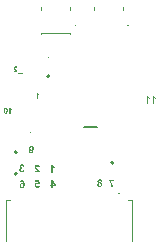
<source format=gbo>
G04*
G04 #@! TF.GenerationSoftware,Altium Limited,Altium Designer,25.0.2 (28)*
G04*
G04 Layer_Color=32896*
%FSLAX44Y44*%
%MOMM*%
G71*
G04*
G04 #@! TF.SameCoordinates,54A35FAF-5F68-4BCB-90B9-8CF1E0348433*
G04*
G04*
G04 #@! TF.FilePolarity,Positive*
G04*
G01*
G75*
%ADD10C,0.1000*%
%ADD39C,0.2000*%
G36*
X29737Y126701D02*
X29775Y126618D01*
X29869Y126463D01*
X29969Y126324D01*
X30074Y126202D01*
X30124Y126147D01*
X30168Y126103D01*
X30207Y126059D01*
X30246Y126025D01*
X30274Y125998D01*
X30296Y125981D01*
X30312Y125970D01*
X30318Y125964D01*
X30484Y125843D01*
X30639Y125743D01*
X30778Y125660D01*
X30899Y125599D01*
X30955Y125571D01*
X31005Y125549D01*
X31043Y125533D01*
X31082Y125516D01*
X31110Y125505D01*
X31132Y125499D01*
X31143Y125494D01*
X31149D01*
Y124602D01*
X31016Y124652D01*
X30888Y124702D01*
X30761Y124757D01*
X30645Y124818D01*
X30534Y124879D01*
X30429Y124940D01*
X30335Y125001D01*
X30246Y125062D01*
X30163Y125117D01*
X30096Y125173D01*
X30030Y125222D01*
X29980Y125261D01*
X29941Y125294D01*
X29908Y125322D01*
X29892Y125339D01*
X29886Y125344D01*
Y121662D01*
X28906D01*
Y126789D01*
X29703D01*
X29737Y126701D01*
D02*
G37*
G36*
X35750Y120250D02*
X31680D01*
Y120887D01*
X35750D01*
Y120250D01*
D02*
G37*
G36*
X11103Y149034D02*
X11225Y149023D01*
X11341Y149006D01*
X11446Y148984D01*
X11551Y148956D01*
X11645Y148929D01*
X11729Y148896D01*
X11812Y148862D01*
X11884Y148829D01*
X11945Y148796D01*
X12000Y148768D01*
X12044Y148740D01*
X12077Y148718D01*
X12105Y148702D01*
X12122Y148691D01*
X12127Y148685D01*
X12210Y148613D01*
X12282Y148535D01*
X12349Y148447D01*
X12404Y148353D01*
X12454Y148259D01*
X12498Y148159D01*
X12537Y148065D01*
X12570Y147971D01*
X12598Y147882D01*
X12620Y147799D01*
X12637Y147722D01*
X12648Y147655D01*
X12659Y147600D01*
X12664Y147556D01*
X12670Y147533D01*
Y147522D01*
X11695Y147428D01*
X11690Y147506D01*
X11679Y147578D01*
X11651Y147705D01*
X11618Y147810D01*
X11585Y147893D01*
X11546Y147960D01*
X11518Y148004D01*
X11496Y148026D01*
X11490Y148037D01*
X11418Y148098D01*
X11336Y148148D01*
X11252Y148181D01*
X11175Y148203D01*
X11103Y148214D01*
X11048Y148225D01*
X10998D01*
X10887Y148220D01*
X10793Y148198D01*
X10710Y148170D01*
X10638Y148137D01*
X10582Y148104D01*
X10544Y148076D01*
X10516Y148054D01*
X10510Y148048D01*
X10450Y147976D01*
X10405Y147893D01*
X10378Y147810D01*
X10355Y147733D01*
X10344Y147655D01*
X10333Y147600D01*
Y147578D01*
Y147561D01*
Y147550D01*
Y147544D01*
X10344Y147434D01*
X10366Y147323D01*
X10400Y147223D01*
X10433Y147135D01*
X10472Y147057D01*
X10505Y146996D01*
X10522Y146974D01*
X10527Y146957D01*
X10538Y146952D01*
Y146946D01*
X10571Y146902D01*
X10616Y146847D01*
X10671Y146786D01*
X10726Y146725D01*
X10859Y146586D01*
X11003Y146448D01*
X11070Y146382D01*
X11136Y146315D01*
X11192Y146260D01*
X11247Y146210D01*
X11291Y146171D01*
X11324Y146138D01*
X11346Y146116D01*
X11352Y146110D01*
X11502Y145972D01*
X11635Y145839D01*
X11762Y145712D01*
X11873Y145595D01*
X11972Y145490D01*
X12061Y145385D01*
X12144Y145296D01*
X12210Y145213D01*
X12271Y145136D01*
X12321Y145075D01*
X12365Y145014D01*
X12399Y144970D01*
X12421Y144936D01*
X12443Y144909D01*
X12448Y144892D01*
X12454Y144887D01*
X12548Y144715D01*
X12620Y144543D01*
X12681Y144377D01*
X12725Y144228D01*
X12742Y144161D01*
X12753Y144100D01*
X12764Y144045D01*
X12775Y144001D01*
X12781Y143962D01*
Y143934D01*
X12786Y143918D01*
Y143912D01*
X9353D01*
Y144820D01*
X11302D01*
X11236Y144914D01*
X11203Y144958D01*
X11175Y145003D01*
X11147Y145036D01*
X11125Y145064D01*
X11108Y145080D01*
X11103Y145086D01*
X11075Y145114D01*
X11042Y145152D01*
X11003Y145191D01*
X10959Y145235D01*
X10865Y145330D01*
X10765Y145424D01*
X10671Y145512D01*
X10627Y145551D01*
X10588Y145584D01*
X10560Y145612D01*
X10538Y145634D01*
X10522Y145645D01*
X10516Y145651D01*
X10433Y145728D01*
X10355Y145800D01*
X10283Y145872D01*
X10217Y145933D01*
X10162Y145994D01*
X10106Y146044D01*
X10062Y146094D01*
X10018Y146138D01*
X9957Y146210D01*
X9907Y146260D01*
X9885Y146293D01*
X9874Y146304D01*
X9779Y146431D01*
X9696Y146553D01*
X9630Y146664D01*
X9575Y146758D01*
X9536Y146841D01*
X9519Y146874D01*
X9503Y146902D01*
X9492Y146924D01*
X9486Y146946D01*
X9481Y146952D01*
Y146957D01*
X9436Y147074D01*
X9409Y147190D01*
X9386Y147301D01*
X9370Y147406D01*
X9359Y147489D01*
Y147528D01*
X9353Y147556D01*
Y147583D01*
Y147600D01*
Y147611D01*
Y147616D01*
X9359Y147727D01*
X9370Y147832D01*
X9392Y147932D01*
X9420Y148032D01*
X9453Y148120D01*
X9492Y148203D01*
X9530Y148281D01*
X9569Y148347D01*
X9613Y148414D01*
X9652Y148469D01*
X9691Y148519D01*
X9724Y148558D01*
X9752Y148585D01*
X9774Y148613D01*
X9785Y148624D01*
X9791Y148630D01*
X9874Y148702D01*
X9968Y148763D01*
X10062Y148818D01*
X10156Y148868D01*
X10256Y148906D01*
X10355Y148940D01*
X10450Y148967D01*
X10544Y148990D01*
X10632Y149006D01*
X10715Y149017D01*
X10787Y149028D01*
X10848Y149034D01*
X10904Y149039D01*
X10976D01*
X11103Y149034D01*
D02*
G37*
G36*
X17000Y142500D02*
X12930D01*
Y143137D01*
X17000D01*
Y142500D01*
D02*
G37*
G36*
X16507Y66013D02*
X16687Y65992D01*
X16853Y65957D01*
X16992Y65922D01*
X17054Y65902D01*
X17110Y65881D01*
X17158Y65867D01*
X17200Y65853D01*
X17235Y65839D01*
X17256Y65825D01*
X17269Y65818D01*
X17276D01*
X17429Y65735D01*
X17561Y65645D01*
X17672Y65555D01*
X17762Y65465D01*
X17838Y65388D01*
X17893Y65319D01*
X17921Y65278D01*
X17935Y65271D01*
Y65264D01*
X18018Y65125D01*
X18088Y64972D01*
X18150Y64820D01*
X18198Y64667D01*
X18240Y64536D01*
X18254Y64480D01*
X18268Y64432D01*
X18275Y64390D01*
X18282Y64362D01*
X18289Y64341D01*
Y64335D01*
X17158Y64147D01*
X17131Y64293D01*
X17096Y64425D01*
X17054Y64529D01*
X17006Y64619D01*
X16957Y64688D01*
X16923Y64737D01*
X16895Y64771D01*
X16888Y64778D01*
X16798Y64854D01*
X16708Y64910D01*
X16617Y64945D01*
X16534Y64972D01*
X16458Y64986D01*
X16403Y65000D01*
X16347D01*
X16229Y64993D01*
X16125Y64972D01*
X16042Y64938D01*
X15966Y64903D01*
X15903Y64868D01*
X15862Y64834D01*
X15834Y64813D01*
X15827Y64806D01*
X15765Y64730D01*
X15716Y64647D01*
X15681Y64556D01*
X15654Y64480D01*
X15640Y64404D01*
X15633Y64348D01*
Y64307D01*
Y64300D01*
Y64293D01*
X15647Y64154D01*
X15675Y64036D01*
X15716Y63932D01*
X15765Y63842D01*
X15820Y63773D01*
X15862Y63724D01*
X15889Y63696D01*
X15903Y63683D01*
X16014Y63613D01*
X16132Y63558D01*
X16257Y63516D01*
X16382Y63495D01*
X16493Y63482D01*
X16541D01*
X16583Y63475D01*
X16666D01*
X16798Y62476D01*
X16680Y62511D01*
X16569Y62532D01*
X16479Y62552D01*
X16396Y62559D01*
X16326Y62566D01*
X16278Y62573D01*
X16236D01*
X16104Y62559D01*
X15986Y62532D01*
X15883Y62483D01*
X15792Y62435D01*
X15723Y62386D01*
X15668Y62337D01*
X15640Y62310D01*
X15626Y62296D01*
X15543Y62185D01*
X15480Y62067D01*
X15439Y61942D01*
X15404Y61824D01*
X15390Y61720D01*
X15383Y61679D01*
Y61637D01*
X15376Y61602D01*
Y61582D01*
Y61568D01*
Y61561D01*
X15390Y61387D01*
X15418Y61235D01*
X15460Y61103D01*
X15508Y60992D01*
X15557Y60902D01*
X15598Y60840D01*
X15626Y60798D01*
X15640Y60784D01*
X15744Y60687D01*
X15855Y60618D01*
X15959Y60569D01*
X16063Y60535D01*
X16153Y60514D01*
X16222Y60507D01*
X16250Y60500D01*
X16285D01*
X16409Y60507D01*
X16527Y60535D01*
X16631Y60576D01*
X16722Y60618D01*
X16791Y60659D01*
X16846Y60701D01*
X16874Y60729D01*
X16888Y60736D01*
X16971Y60833D01*
X17040Y60951D01*
X17096Y61062D01*
X17131Y61179D01*
X17165Y61276D01*
X17179Y61360D01*
X17186Y61394D01*
X17193Y61415D01*
Y61429D01*
Y61436D01*
X18379Y61290D01*
X18358Y61145D01*
X18323Y60999D01*
X18282Y60867D01*
X18240Y60743D01*
X18185Y60625D01*
X18129Y60521D01*
X18074Y60424D01*
X18018Y60333D01*
X17956Y60250D01*
X17907Y60181D01*
X17852Y60118D01*
X17810Y60070D01*
X17775Y60028D01*
X17748Y60001D01*
X17727Y59987D01*
X17720Y59980D01*
X17609Y59890D01*
X17491Y59813D01*
X17373Y59751D01*
X17249Y59689D01*
X17131Y59640D01*
X17013Y59605D01*
X16895Y59571D01*
X16784Y59543D01*
X16680Y59522D01*
X16583Y59508D01*
X16493Y59494D01*
X16423Y59488D01*
X16361D01*
X16319Y59481D01*
X16278D01*
X16111Y59488D01*
X15945Y59508D01*
X15792Y59536D01*
X15647Y59571D01*
X15515Y59619D01*
X15383Y59668D01*
X15265Y59723D01*
X15161Y59779D01*
X15064Y59827D01*
X14981Y59883D01*
X14912Y59931D01*
X14849Y59980D01*
X14801Y60015D01*
X14766Y60042D01*
X14745Y60063D01*
X14738Y60070D01*
X14627Y60188D01*
X14537Y60306D01*
X14454Y60424D01*
X14385Y60548D01*
X14322Y60666D01*
X14274Y60784D01*
X14232Y60902D01*
X14197Y61013D01*
X14170Y61117D01*
X14156Y61207D01*
X14142Y61290D01*
X14128Y61367D01*
Y61422D01*
X14121Y61471D01*
Y61498D01*
Y61505D01*
X14128Y61609D01*
X14135Y61713D01*
X14170Y61908D01*
X14225Y62074D01*
X14288Y62220D01*
X14315Y62282D01*
X14350Y62337D01*
X14378Y62386D01*
X14399Y62428D01*
X14426Y62455D01*
X14440Y62476D01*
X14447Y62490D01*
X14454Y62497D01*
X14517Y62573D01*
X14586Y62642D01*
X14725Y62754D01*
X14870Y62850D01*
X15016Y62920D01*
X15134Y62968D01*
X15189Y62989D01*
X15238Y63003D01*
X15272Y63017D01*
X15300Y63024D01*
X15321Y63031D01*
X15328D01*
X15168Y63128D01*
X15023Y63232D01*
X14898Y63343D01*
X14794Y63454D01*
X14704Y63565D01*
X14627Y63676D01*
X14572Y63787D01*
X14523Y63891D01*
X14482Y63988D01*
X14454Y64085D01*
X14433Y64168D01*
X14419Y64237D01*
X14412Y64293D01*
X14405Y64341D01*
Y64369D01*
Y64376D01*
X14412Y64487D01*
X14426Y64591D01*
X14447Y64695D01*
X14475Y64792D01*
X14551Y64972D01*
X14634Y65125D01*
X14676Y65194D01*
X14718Y65257D01*
X14759Y65312D01*
X14794Y65354D01*
X14822Y65388D01*
X14842Y65416D01*
X14856Y65430D01*
X14863Y65437D01*
X14967Y65541D01*
X15078Y65631D01*
X15196Y65707D01*
X15321Y65777D01*
X15439Y65832D01*
X15557Y65881D01*
X15675Y65915D01*
X15792Y65950D01*
X15896Y65971D01*
X15993Y65992D01*
X16084Y65999D01*
X16160Y66013D01*
X16222D01*
X16271Y66020D01*
X16312D01*
X16507Y66013D01*
D02*
G37*
G36*
X29542Y65704D02*
X29694Y65690D01*
X29840Y65669D01*
X29971Y65641D01*
X30103Y65606D01*
X30221Y65572D01*
X30325Y65530D01*
X30429Y65489D01*
X30519Y65447D01*
X30596Y65405D01*
X30665Y65371D01*
X30720Y65336D01*
X30762Y65308D01*
X30797Y65288D01*
X30817Y65274D01*
X30824Y65267D01*
X30928Y65177D01*
X31019Y65079D01*
X31102Y64969D01*
X31171Y64851D01*
X31234Y64733D01*
X31289Y64608D01*
X31338Y64490D01*
X31379Y64372D01*
X31414Y64261D01*
X31442Y64157D01*
X31462Y64060D01*
X31476Y63977D01*
X31490Y63908D01*
X31497Y63852D01*
X31504Y63824D01*
Y63811D01*
X30284Y63693D01*
X30277Y63790D01*
X30263Y63880D01*
X30228Y64039D01*
X30187Y64171D01*
X30145Y64275D01*
X30096Y64358D01*
X30062Y64414D01*
X30034Y64442D01*
X30027Y64455D01*
X29937Y64532D01*
X29833Y64594D01*
X29729Y64636D01*
X29632Y64664D01*
X29542Y64677D01*
X29472Y64691D01*
X29410D01*
X29271Y64684D01*
X29153Y64657D01*
X29049Y64622D01*
X28959Y64580D01*
X28890Y64539D01*
X28841Y64504D01*
X28807Y64476D01*
X28800Y64469D01*
X28723Y64379D01*
X28668Y64275D01*
X28633Y64171D01*
X28605Y64074D01*
X28592Y63977D01*
X28578Y63908D01*
Y63880D01*
Y63859D01*
Y63845D01*
Y63838D01*
X28592Y63700D01*
X28619Y63561D01*
X28661Y63436D01*
X28703Y63325D01*
X28751Y63228D01*
X28793Y63152D01*
X28814Y63124D01*
X28821Y63103D01*
X28834Y63096D01*
Y63089D01*
X28876Y63034D01*
X28931Y62965D01*
X29001Y62888D01*
X29070Y62812D01*
X29237Y62639D01*
X29417Y62465D01*
X29500Y62382D01*
X29583Y62299D01*
X29653Y62230D01*
X29722Y62167D01*
X29777Y62119D01*
X29819Y62077D01*
X29847Y62049D01*
X29854Y62042D01*
X30041Y61869D01*
X30207Y61703D01*
X30367Y61543D01*
X30505Y61398D01*
X30630Y61266D01*
X30741Y61134D01*
X30845Y61023D01*
X30928Y60919D01*
X31005Y60822D01*
X31067Y60746D01*
X31123Y60669D01*
X31164Y60614D01*
X31192Y60572D01*
X31220Y60538D01*
X31227Y60517D01*
X31234Y60510D01*
X31351Y60295D01*
X31442Y60080D01*
X31518Y59872D01*
X31573Y59685D01*
X31594Y59601D01*
X31608Y59525D01*
X31622Y59456D01*
X31636Y59400D01*
X31643Y59352D01*
Y59317D01*
X31650Y59296D01*
Y59289D01*
X27350D01*
Y60427D01*
X29791D01*
X29708Y60545D01*
X29666Y60600D01*
X29632Y60655D01*
X29597Y60697D01*
X29569Y60732D01*
X29549Y60753D01*
X29542Y60760D01*
X29507Y60794D01*
X29465Y60843D01*
X29417Y60891D01*
X29361Y60947D01*
X29244Y61065D01*
X29119Y61182D01*
X29001Y61294D01*
X28945Y61342D01*
X28897Y61384D01*
X28862Y61418D01*
X28834Y61446D01*
X28814Y61460D01*
X28807Y61467D01*
X28703Y61564D01*
X28605Y61654D01*
X28515Y61744D01*
X28432Y61821D01*
X28363Y61897D01*
X28293Y61959D01*
X28238Y62021D01*
X28182Y62077D01*
X28106Y62167D01*
X28044Y62230D01*
X28016Y62271D01*
X28002Y62285D01*
X27884Y62445D01*
X27780Y62597D01*
X27697Y62736D01*
X27628Y62854D01*
X27579Y62958D01*
X27558Y62999D01*
X27538Y63034D01*
X27524Y63062D01*
X27517Y63089D01*
X27510Y63096D01*
Y63103D01*
X27454Y63249D01*
X27420Y63394D01*
X27392Y63533D01*
X27371Y63665D01*
X27357Y63769D01*
Y63818D01*
X27350Y63852D01*
Y63887D01*
Y63908D01*
Y63921D01*
Y63928D01*
X27357Y64067D01*
X27371Y64199D01*
X27399Y64324D01*
X27434Y64448D01*
X27475Y64559D01*
X27524Y64664D01*
X27572Y64761D01*
X27621Y64844D01*
X27676Y64927D01*
X27725Y64996D01*
X27773Y65059D01*
X27815Y65107D01*
X27850Y65142D01*
X27877Y65177D01*
X27891Y65191D01*
X27898Y65197D01*
X28002Y65288D01*
X28120Y65364D01*
X28238Y65433D01*
X28356Y65496D01*
X28481Y65544D01*
X28605Y65586D01*
X28723Y65620D01*
X28841Y65648D01*
X28952Y65669D01*
X29056Y65683D01*
X29146Y65697D01*
X29223Y65704D01*
X29292Y65711D01*
X29382D01*
X29542Y65704D01*
D02*
G37*
G36*
X128121Y123742D02*
X128169Y123638D01*
X128287Y123444D01*
X128412Y123271D01*
X128544Y123118D01*
X128606Y123049D01*
X128662Y122993D01*
X128710Y122938D01*
X128759Y122896D01*
X128794Y122861D01*
X128821Y122840D01*
X128842Y122827D01*
X128849Y122820D01*
X129057Y122667D01*
X129251Y122542D01*
X129425Y122438D01*
X129577Y122362D01*
X129647Y122327D01*
X129709Y122300D01*
X129757Y122279D01*
X129806Y122258D01*
X129841Y122244D01*
X129868Y122237D01*
X129882Y122230D01*
X129889D01*
Y121114D01*
X129723Y121176D01*
X129563Y121239D01*
X129404Y121308D01*
X129258Y121384D01*
X129120Y121461D01*
X128988Y121537D01*
X128870Y121613D01*
X128759Y121690D01*
X128655Y121759D01*
X128572Y121828D01*
X128489Y121891D01*
X128426Y121939D01*
X128378Y121981D01*
X128336Y122015D01*
X128315Y122036D01*
X128308Y122043D01*
Y117432D01*
X127081D01*
Y123853D01*
X128079D01*
X128121Y123742D01*
D02*
G37*
G36*
X123149D02*
X123198Y123638D01*
X123316Y123444D01*
X123440Y123271D01*
X123572Y123118D01*
X123635Y123049D01*
X123690Y122993D01*
X123738Y122938D01*
X123787Y122896D01*
X123822Y122861D01*
X123849Y122840D01*
X123870Y122827D01*
X123877Y122820D01*
X124085Y122667D01*
X124279Y122542D01*
X124453Y122438D01*
X124605Y122362D01*
X124675Y122327D01*
X124737Y122300D01*
X124786Y122279D01*
X124834Y122258D01*
X124869Y122244D01*
X124896Y122237D01*
X124910Y122230D01*
X124917D01*
Y121114D01*
X124751Y121176D01*
X124591Y121239D01*
X124432Y121308D01*
X124286Y121384D01*
X124148Y121461D01*
X124016Y121537D01*
X123898Y121613D01*
X123787Y121690D01*
X123683Y121759D01*
X123600Y121828D01*
X123517Y121891D01*
X123454Y121939D01*
X123406Y121981D01*
X123364Y122015D01*
X123343Y122036D01*
X123336Y122043D01*
Y117432D01*
X122109D01*
Y123853D01*
X123108D01*
X123149Y123742D01*
D02*
G37*
G36*
X6599Y114022D02*
X6637Y113939D01*
X6732Y113784D01*
X6831Y113646D01*
X6936Y113524D01*
X6986Y113469D01*
X7031Y113424D01*
X7069Y113380D01*
X7108Y113347D01*
X7136Y113319D01*
X7158Y113302D01*
X7175Y113291D01*
X7180Y113286D01*
X7346Y113164D01*
X7501Y113064D01*
X7640Y112981D01*
X7761Y112920D01*
X7817Y112893D01*
X7867Y112871D01*
X7905Y112854D01*
X7944Y112837D01*
X7972Y112826D01*
X7994Y112821D01*
X8005Y112815D01*
X8011D01*
Y111924D01*
X7878Y111973D01*
X7750Y112023D01*
X7623Y112079D01*
X7507Y112140D01*
X7396Y112200D01*
X7291Y112261D01*
X7197Y112322D01*
X7108Y112383D01*
X7025Y112439D01*
X6959Y112494D01*
X6892Y112544D01*
X6842Y112583D01*
X6804Y112616D01*
X6770Y112643D01*
X6754Y112660D01*
X6748Y112666D01*
Y108983D01*
X5768D01*
Y114111D01*
X6565D01*
X6599Y114022D01*
D02*
G37*
G36*
X2783Y114105D02*
X2911Y114089D01*
X3033Y114061D01*
X3143Y114028D01*
X3249Y113989D01*
X3343Y113945D01*
X3431Y113895D01*
X3509Y113850D01*
X3575Y113801D01*
X3636Y113751D01*
X3686Y113707D01*
X3730Y113668D01*
X3763Y113635D01*
X3786Y113607D01*
X3802Y113590D01*
X3808Y113585D01*
X3896Y113457D01*
X3974Y113313D01*
X4040Y113158D01*
X4096Y112992D01*
X4146Y112821D01*
X4184Y112649D01*
X4218Y112477D01*
X4245Y112306D01*
X4262Y112145D01*
X4279Y111996D01*
X4290Y111863D01*
X4301Y111741D01*
Y111691D01*
Y111647D01*
X4306Y111608D01*
Y111569D01*
Y111547D01*
Y111525D01*
Y111514D01*
Y111508D01*
X4301Y111243D01*
X4284Y110999D01*
X4262Y110772D01*
X4234Y110567D01*
X4201Y110379D01*
X4162Y110213D01*
X4123Y110063D01*
X4079Y109930D01*
X4035Y109819D01*
X3996Y109720D01*
X3957Y109637D01*
X3924Y109570D01*
X3896Y109521D01*
X3869Y109487D01*
X3858Y109465D01*
X3852Y109459D01*
X3763Y109360D01*
X3669Y109271D01*
X3570Y109194D01*
X3470Y109127D01*
X3370Y109078D01*
X3271Y109028D01*
X3177Y108989D01*
X3083Y108961D01*
X2994Y108939D01*
X2911Y108917D01*
X2839Y108906D01*
X2772Y108900D01*
X2722Y108895D01*
X2684Y108889D01*
X2651D01*
X2518Y108895D01*
X2390Y108911D01*
X2269Y108939D01*
X2158Y108972D01*
X2052Y109011D01*
X1958Y109055D01*
X1870Y109100D01*
X1792Y109150D01*
X1726Y109199D01*
X1665Y109244D01*
X1610Y109288D01*
X1571Y109327D01*
X1538Y109360D01*
X1510Y109388D01*
X1499Y109404D01*
X1493Y109410D01*
X1405Y109537D01*
X1327Y109681D01*
X1261Y109842D01*
X1200Y110002D01*
X1155Y110174D01*
X1111Y110351D01*
X1078Y110523D01*
X1050Y110694D01*
X1034Y110855D01*
X1017Y111004D01*
X1006Y111143D01*
X995Y111259D01*
Y111314D01*
Y111359D01*
X989Y111398D01*
Y111436D01*
Y111459D01*
Y111481D01*
Y111492D01*
Y111497D01*
X995Y111757D01*
X1012Y112001D01*
X1034Y112228D01*
X1067Y112433D01*
X1106Y112621D01*
X1144Y112793D01*
X1194Y112948D01*
X1239Y113081D01*
X1283Y113203D01*
X1327Y113302D01*
X1372Y113391D01*
X1410Y113457D01*
X1444Y113513D01*
X1466Y113552D01*
X1482Y113574D01*
X1488Y113579D01*
X1571Y113673D01*
X1659Y113756D01*
X1753Y113828D01*
X1848Y113889D01*
X1942Y113939D01*
X2042Y113983D01*
X2136Y114017D01*
X2224Y114044D01*
X2313Y114066D01*
X2396Y114083D01*
X2468Y114094D01*
X2529Y114105D01*
X2579D01*
X2617Y114111D01*
X2651D01*
X2783Y114105D01*
D02*
G37*
G36*
X24507Y81763D02*
X24659Y81742D01*
X24805Y81714D01*
X24950Y81679D01*
X25075Y81631D01*
X25200Y81582D01*
X25311Y81527D01*
X25408Y81471D01*
X25498Y81416D01*
X25581Y81360D01*
X25651Y81312D01*
X25706Y81263D01*
X25748Y81229D01*
X25782Y81201D01*
X25803Y81180D01*
X25810Y81173D01*
X25914Y81055D01*
X25997Y80937D01*
X26074Y80806D01*
X26143Y80674D01*
X26198Y80549D01*
X26247Y80417D01*
X26282Y80286D01*
X26316Y80168D01*
X26337Y80050D01*
X26358Y79946D01*
X26365Y79849D01*
X26379Y79766D01*
Y79703D01*
X26386Y79648D01*
Y79620D01*
Y79606D01*
X26379Y79433D01*
X26365Y79273D01*
X26337Y79121D01*
X26302Y78975D01*
X26261Y78836D01*
X26212Y78712D01*
X26164Y78601D01*
X26108Y78496D01*
X26060Y78406D01*
X26011Y78323D01*
X25963Y78254D01*
X25921Y78191D01*
X25886Y78150D01*
X25859Y78115D01*
X25845Y78094D01*
X25838Y78087D01*
X25734Y77983D01*
X25623Y77900D01*
X25512Y77824D01*
X25401Y77755D01*
X25297Y77699D01*
X25186Y77651D01*
X25082Y77616D01*
X24985Y77581D01*
X24895Y77560D01*
X24805Y77540D01*
X24728Y77533D01*
X24666Y77519D01*
X24611D01*
X24576Y77512D01*
X24541D01*
X24409Y77519D01*
X24292Y77533D01*
X24174Y77560D01*
X24063Y77595D01*
X23959Y77637D01*
X23869Y77678D01*
X23779Y77727D01*
X23702Y77782D01*
X23626Y77831D01*
X23563Y77879D01*
X23508Y77921D01*
X23466Y77963D01*
X23432Y77997D01*
X23404Y78025D01*
X23390Y78039D01*
X23383Y78046D01*
X23397Y77845D01*
X23418Y77664D01*
X23439Y77505D01*
X23466Y77352D01*
X23494Y77221D01*
X23522Y77103D01*
X23550Y76999D01*
X23577Y76909D01*
X23605Y76832D01*
X23633Y76763D01*
X23661Y76708D01*
X23681Y76666D01*
X23695Y76638D01*
X23709Y76610D01*
X23723Y76603D01*
Y76597D01*
X23772Y76534D01*
X23827Y76486D01*
X23883Y76437D01*
X23931Y76396D01*
X24042Y76333D01*
X24139Y76291D01*
X24229Y76271D01*
X24299Y76257D01*
X24326Y76250D01*
X24361D01*
X24472Y76257D01*
X24562Y76278D01*
X24645Y76305D01*
X24715Y76340D01*
X24770Y76368D01*
X24812Y76396D01*
X24839Y76416D01*
X24846Y76423D01*
X24909Y76500D01*
X24957Y76583D01*
X24999Y76673D01*
X25027Y76756D01*
X25047Y76839D01*
X25061Y76902D01*
Y76929D01*
X25068Y76950D01*
Y76957D01*
Y76964D01*
X26254Y76832D01*
X26226Y76687D01*
X26192Y76548D01*
X26157Y76423D01*
X26108Y76305D01*
X26067Y76194D01*
X26011Y76097D01*
X25963Y76007D01*
X25914Y75931D01*
X25866Y75855D01*
X25824Y75799D01*
X25782Y75744D01*
X25748Y75702D01*
X25713Y75667D01*
X25692Y75647D01*
X25678Y75633D01*
X25672Y75626D01*
X25581Y75556D01*
X25484Y75494D01*
X25387Y75445D01*
X25283Y75397D01*
X25186Y75362D01*
X25082Y75328D01*
X24888Y75279D01*
X24805Y75265D01*
X24722Y75251D01*
X24645Y75244D01*
X24583Y75237D01*
X24527Y75230D01*
X24458D01*
X24271Y75237D01*
X24084Y75265D01*
X23917Y75300D01*
X23758Y75355D01*
X23605Y75411D01*
X23466Y75473D01*
X23335Y75550D01*
X23224Y75619D01*
X23120Y75688D01*
X23030Y75764D01*
X22946Y75827D01*
X22884Y75889D01*
X22835Y75938D01*
X22794Y75972D01*
X22773Y76000D01*
X22766Y76007D01*
X22648Y76167D01*
X22551Y76340D01*
X22461Y76527D01*
X22392Y76728D01*
X22329Y76936D01*
X22274Y77151D01*
X22232Y77359D01*
X22197Y77567D01*
X22170Y77762D01*
X22149Y77942D01*
X22135Y78108D01*
X22121Y78254D01*
Y78316D01*
Y78372D01*
X22114Y78420D01*
Y78462D01*
Y78496D01*
Y78517D01*
Y78531D01*
Y78538D01*
X22121Y78850D01*
X22142Y79141D01*
X22170Y79405D01*
X22211Y79648D01*
X22260Y79876D01*
X22308Y80077D01*
X22371Y80258D01*
X22426Y80424D01*
X22482Y80563D01*
X22537Y80681D01*
X22593Y80785D01*
X22641Y80868D01*
X22683Y80930D01*
X22711Y80979D01*
X22731Y81007D01*
X22738Y81014D01*
X22856Y81145D01*
X22988Y81263D01*
X23120Y81367D01*
X23252Y81451D01*
X23383Y81527D01*
X23522Y81582D01*
X23647Y81638D01*
X23772Y81672D01*
X23889Y81707D01*
X24000Y81728D01*
X24097Y81749D01*
X24181Y81756D01*
X24243Y81763D01*
X24299Y81770D01*
X24340D01*
X24507Y81763D01*
D02*
G37*
G36*
X82337Y53309D02*
X82497Y53295D01*
X82642Y53274D01*
X82781Y53240D01*
X82906Y53205D01*
X83024Y53170D01*
X83134Y53122D01*
X83224Y53080D01*
X83315Y53039D01*
X83384Y52997D01*
X83446Y52955D01*
X83502Y52921D01*
X83537Y52886D01*
X83571Y52865D01*
X83585Y52851D01*
X83592Y52844D01*
X83682Y52754D01*
X83758Y52657D01*
X83821Y52560D01*
X83883Y52463D01*
X83932Y52366D01*
X83967Y52269D01*
X84001Y52172D01*
X84029Y52082D01*
X84050Y51998D01*
X84064Y51915D01*
X84078Y51846D01*
X84084Y51783D01*
Y51735D01*
X84091Y51700D01*
Y51673D01*
Y51666D01*
X84084Y51513D01*
X84057Y51367D01*
X84022Y51236D01*
X83980Y51118D01*
X83946Y51021D01*
X83911Y50951D01*
X83897Y50924D01*
X83883Y50903D01*
X83876Y50896D01*
Y50889D01*
X83786Y50764D01*
X83675Y50660D01*
X83564Y50563D01*
X83453Y50487D01*
X83349Y50424D01*
X83266Y50376D01*
X83231Y50362D01*
X83211Y50348D01*
X83197Y50341D01*
X83190D01*
X83384Y50244D01*
X83544Y50140D01*
X83682Y50022D01*
X83800Y49918D01*
X83883Y49821D01*
X83946Y49738D01*
X83967Y49710D01*
X83980Y49689D01*
X83994Y49675D01*
Y49668D01*
X84078Y49502D01*
X84140Y49336D01*
X84188Y49176D01*
X84216Y49031D01*
X84237Y48906D01*
X84244Y48850D01*
Y48809D01*
X84251Y48767D01*
Y48739D01*
Y48726D01*
Y48719D01*
X84244Y48545D01*
X84223Y48386D01*
X84188Y48233D01*
X84147Y48088D01*
X84091Y47956D01*
X84036Y47838D01*
X83973Y47727D01*
X83911Y47623D01*
X83849Y47533D01*
X83786Y47456D01*
X83731Y47387D01*
X83675Y47332D01*
X83634Y47290D01*
X83599Y47262D01*
X83578Y47242D01*
X83571Y47235D01*
X83460Y47151D01*
X83342Y47082D01*
X83218Y47020D01*
X83100Y46971D01*
X82975Y46923D01*
X82857Y46888D01*
X82621Y46832D01*
X82517Y46819D01*
X82420Y46805D01*
X82337Y46791D01*
X82261Y46784D01*
X82198Y46777D01*
X82115D01*
X81942Y46784D01*
X81782Y46798D01*
X81630Y46825D01*
X81484Y46867D01*
X81352Y46909D01*
X81228Y46950D01*
X81117Y47006D01*
X81012Y47054D01*
X80922Y47103D01*
X80839Y47158D01*
X80770Y47200D01*
X80714Y47249D01*
X80666Y47283D01*
X80638Y47311D01*
X80617Y47325D01*
X80610Y47332D01*
X80513Y47443D01*
X80423Y47554D01*
X80347Y47671D01*
X80284Y47789D01*
X80229Y47907D01*
X80180Y48032D01*
X80146Y48143D01*
X80111Y48261D01*
X80090Y48365D01*
X80070Y48462D01*
X80056Y48545D01*
X80049Y48622D01*
Y48684D01*
X80042Y48726D01*
Y48760D01*
Y48767D01*
X80056Y48961D01*
X80083Y49142D01*
X80132Y49308D01*
X80180Y49447D01*
X80208Y49509D01*
X80229Y49558D01*
X80257Y49606D01*
X80278Y49648D01*
X80291Y49675D01*
X80305Y49696D01*
X80319Y49710D01*
Y49717D01*
X80430Y49863D01*
X80562Y49988D01*
X80701Y50092D01*
X80825Y50182D01*
X80943Y50251D01*
X80999Y50279D01*
X81040Y50300D01*
X81082Y50320D01*
X81110Y50334D01*
X81124Y50341D01*
X81130D01*
X80985Y50417D01*
X80853Y50501D01*
X80742Y50591D01*
X80652Y50681D01*
X80583Y50757D01*
X80527Y50820D01*
X80499Y50861D01*
X80485Y50868D01*
Y50875D01*
X80409Y51007D01*
X80347Y51146D01*
X80305Y51277D01*
X80278Y51402D01*
X80264Y51506D01*
X80257Y51555D01*
X80250Y51589D01*
Y51624D01*
Y51645D01*
Y51659D01*
Y51666D01*
X80257Y51797D01*
X80271Y51922D01*
X80298Y52040D01*
X80326Y52151D01*
X80368Y52255D01*
X80409Y52352D01*
X80458Y52442D01*
X80499Y52525D01*
X80548Y52595D01*
X80597Y52657D01*
X80638Y52713D01*
X80680Y52761D01*
X80707Y52796D01*
X80735Y52824D01*
X80749Y52838D01*
X80756Y52844D01*
X80853Y52928D01*
X80964Y52997D01*
X81075Y53066D01*
X81193Y53115D01*
X81311Y53163D01*
X81429Y53198D01*
X81650Y53260D01*
X81761Y53274D01*
X81859Y53288D01*
X81942Y53302D01*
X82018Y53309D01*
X82080Y53316D01*
X82170D01*
X82337Y53309D01*
D02*
G37*
G36*
X31257Y49132D02*
X30266Y48993D01*
X30190Y49077D01*
X30106Y49146D01*
X30023Y49208D01*
X29940Y49264D01*
X29864Y49306D01*
X29780Y49347D01*
X29635Y49402D01*
X29503Y49430D01*
X29455Y49444D01*
X29406Y49451D01*
X29364Y49458D01*
X29240D01*
X29163Y49444D01*
X29032Y49409D01*
X28914Y49361D01*
X28817Y49312D01*
X28733Y49257D01*
X28678Y49208D01*
X28643Y49174D01*
X28629Y49167D01*
Y49160D01*
X28539Y49035D01*
X28470Y48896D01*
X28421Y48751D01*
X28394Y48605D01*
X28373Y48473D01*
X28366Y48418D01*
Y48369D01*
X28359Y48328D01*
Y48300D01*
Y48279D01*
Y48272D01*
Y48161D01*
X28373Y48050D01*
X28387Y47953D01*
X28401Y47856D01*
X28421Y47773D01*
X28442Y47697D01*
X28470Y47627D01*
X28491Y47565D01*
X28518Y47509D01*
X28546Y47461D01*
X28567Y47419D01*
X28588Y47385D01*
X28602Y47364D01*
X28616Y47343D01*
X28629Y47336D01*
Y47329D01*
X28678Y47274D01*
X28733Y47225D01*
X28844Y47149D01*
X28948Y47094D01*
X29052Y47059D01*
X29142Y47031D01*
X29219Y47024D01*
X29246Y47017D01*
X29281D01*
X29406Y47031D01*
X29517Y47059D01*
X29621Y47094D01*
X29704Y47142D01*
X29780Y47184D01*
X29829Y47225D01*
X29864Y47253D01*
X29878Y47260D01*
X29961Y47357D01*
X30030Y47468D01*
X30086Y47572D01*
X30127Y47683D01*
X30155Y47773D01*
X30169Y47849D01*
X30176Y47877D01*
X30183Y47898D01*
Y47912D01*
Y47919D01*
X31403Y47787D01*
X31375Y47641D01*
X31348Y47503D01*
X31306Y47371D01*
X31257Y47246D01*
X31202Y47135D01*
X31147Y47031D01*
X31091Y46934D01*
X31035Y46844D01*
X30980Y46768D01*
X30925Y46698D01*
X30876Y46643D01*
X30835Y46594D01*
X30793Y46553D01*
X30765Y46525D01*
X30751Y46511D01*
X30744Y46504D01*
X30633Y46421D01*
X30522Y46351D01*
X30405Y46289D01*
X30280Y46234D01*
X30162Y46185D01*
X30037Y46150D01*
X29808Y46095D01*
X29704Y46074D01*
X29607Y46060D01*
X29517Y46046D01*
X29441Y46040D01*
X29378Y46033D01*
X29295D01*
X29094Y46040D01*
X28900Y46067D01*
X28719Y46109D01*
X28553Y46164D01*
X28401Y46227D01*
X28262Y46303D01*
X28130Y46379D01*
X28012Y46455D01*
X27908Y46532D01*
X27818Y46608D01*
X27742Y46684D01*
X27679Y46747D01*
X27624Y46802D01*
X27589Y46844D01*
X27568Y46872D01*
X27562Y46878D01*
X27478Y46996D01*
X27409Y47121D01*
X27347Y47239D01*
X27291Y47364D01*
X27250Y47482D01*
X27208Y47600D01*
X27180Y47711D01*
X27152Y47821D01*
X27139Y47919D01*
X27125Y48009D01*
X27111Y48092D01*
X27104Y48161D01*
X27097Y48217D01*
Y48258D01*
Y48286D01*
Y48293D01*
X27104Y48466D01*
X27125Y48633D01*
X27152Y48785D01*
X27187Y48938D01*
X27229Y49070D01*
X27277Y49201D01*
X27333Y49319D01*
X27381Y49423D01*
X27437Y49520D01*
X27492Y49604D01*
X27541Y49673D01*
X27582Y49728D01*
X27617Y49777D01*
X27645Y49812D01*
X27666Y49833D01*
X27673Y49839D01*
X27783Y49943D01*
X27894Y50034D01*
X28012Y50117D01*
X28130Y50186D01*
X28248Y50242D01*
X28359Y50290D01*
X28470Y50332D01*
X28581Y50360D01*
X28678Y50387D01*
X28768Y50401D01*
X28851Y50415D01*
X28921Y50429D01*
X28983D01*
X29025Y50436D01*
X29059D01*
X29219Y50429D01*
X29371Y50401D01*
X29510Y50373D01*
X29642Y50332D01*
X29746Y50297D01*
X29787Y50276D01*
X29829Y50262D01*
X29857Y50248D01*
X29878Y50235D01*
X29891Y50228D01*
X29898D01*
X29704Y51316D01*
X27381D01*
Y52467D01*
X30626D01*
X31257Y49132D01*
D02*
G37*
G36*
X16486Y52512D02*
X16673Y52485D01*
X16840Y52450D01*
X16999Y52395D01*
X17152Y52339D01*
X17291Y52270D01*
X17422Y52200D01*
X17533Y52131D01*
X17637Y52055D01*
X17727Y51986D01*
X17811Y51916D01*
X17873Y51861D01*
X17922Y51805D01*
X17963Y51771D01*
X17984Y51743D01*
X17991Y51736D01*
X18102Y51576D01*
X18206Y51403D01*
X18289Y51216D01*
X18365Y51015D01*
X18428Y50807D01*
X18476Y50592D01*
X18518Y50384D01*
X18553Y50176D01*
X18580Y49982D01*
X18601Y49794D01*
X18615Y49628D01*
X18629Y49482D01*
Y49420D01*
Y49364D01*
X18636Y49316D01*
Y49274D01*
Y49240D01*
Y49219D01*
Y49205D01*
Y49198D01*
X18629Y48886D01*
X18608Y48602D01*
X18580Y48331D01*
X18539Y48088D01*
X18490Y47867D01*
X18442Y47666D01*
X18386Y47485D01*
X18324Y47319D01*
X18268Y47180D01*
X18213Y47062D01*
X18164Y46958D01*
X18116Y46875D01*
X18074Y46813D01*
X18046Y46764D01*
X18025Y46736D01*
X18019Y46729D01*
X17901Y46598D01*
X17769Y46480D01*
X17637Y46383D01*
X17506Y46300D01*
X17374Y46223D01*
X17242Y46161D01*
X17110Y46112D01*
X16985Y46078D01*
X16868Y46043D01*
X16763Y46022D01*
X16666Y46001D01*
X16583Y45994D01*
X16514Y45988D01*
X16465Y45981D01*
X16424D01*
X16257Y45988D01*
X16098Y46008D01*
X15952Y46036D01*
X15813Y46071D01*
X15682Y46119D01*
X15557Y46168D01*
X15446Y46223D01*
X15349Y46279D01*
X15259Y46327D01*
X15176Y46383D01*
X15106Y46431D01*
X15051Y46480D01*
X15002Y46515D01*
X14974Y46542D01*
X14954Y46563D01*
X14947Y46570D01*
X14843Y46688D01*
X14753Y46806D01*
X14676Y46937D01*
X14607Y47062D01*
X14552Y47194D01*
X14503Y47326D01*
X14468Y47457D01*
X14434Y47575D01*
X14413Y47693D01*
X14392Y47804D01*
X14385Y47901D01*
X14371Y47984D01*
Y48047D01*
X14364Y48102D01*
Y48130D01*
Y48144D01*
X14371Y48310D01*
X14385Y48477D01*
X14413Y48622D01*
X14447Y48768D01*
X14489Y48900D01*
X14538Y49025D01*
X14586Y49142D01*
X14635Y49240D01*
X14690Y49337D01*
X14739Y49413D01*
X14787Y49482D01*
X14829Y49545D01*
X14864Y49586D01*
X14891Y49621D01*
X14905Y49642D01*
X14912Y49649D01*
X15016Y49753D01*
X15127Y49843D01*
X15238Y49919D01*
X15349Y49988D01*
X15460Y50044D01*
X15571Y50093D01*
X15675Y50134D01*
X15779Y50162D01*
X15869Y50190D01*
X15959Y50210D01*
X16035Y50217D01*
X16098Y50231D01*
X16153D01*
X16195Y50238D01*
X16230D01*
X16354Y50231D01*
X16472Y50217D01*
X16590Y50190D01*
X16694Y50155D01*
X16798Y50113D01*
X16888Y50065D01*
X16978Y50016D01*
X17055Y49968D01*
X17131Y49912D01*
X17193Y49864D01*
X17242Y49815D01*
X17291Y49774D01*
X17325Y49739D01*
X17353Y49711D01*
X17367Y49697D01*
X17374Y49690D01*
X17360Y49891D01*
X17339Y50072D01*
X17311Y50238D01*
X17291Y50384D01*
X17263Y50522D01*
X17235Y50640D01*
X17200Y50744D01*
X17173Y50834D01*
X17145Y50911D01*
X17124Y50980D01*
X17096Y51036D01*
X17076Y51077D01*
X17062Y51105D01*
X17048Y51133D01*
X17034Y51140D01*
Y51146D01*
X16978Y51209D01*
X16930Y51264D01*
X16875Y51313D01*
X16819Y51354D01*
X16708Y51417D01*
X16604Y51459D01*
X16514Y51479D01*
X16438Y51493D01*
X16410Y51500D01*
X16375D01*
X16271Y51493D01*
X16181Y51472D01*
X16098Y51445D01*
X16028Y51410D01*
X15973Y51375D01*
X15938Y51348D01*
X15911Y51327D01*
X15904Y51320D01*
X15841Y51251D01*
X15786Y51160D01*
X15744Y51077D01*
X15717Y50987D01*
X15696Y50911D01*
X15675Y50848D01*
X15668Y50800D01*
Y50793D01*
Y50786D01*
X14482Y50911D01*
X14510Y51056D01*
X14545Y51188D01*
X14586Y51313D01*
X14635Y51431D01*
X14683Y51535D01*
X14732Y51632D01*
X14787Y51722D01*
X14836Y51798D01*
X14884Y51875D01*
X14933Y51930D01*
X14974Y51986D01*
X15016Y52027D01*
X15044Y52062D01*
X15072Y52083D01*
X15085Y52097D01*
X15092Y52103D01*
X15182Y52180D01*
X15280Y52242D01*
X15384Y52298D01*
X15481Y52346D01*
X15585Y52388D01*
X15682Y52415D01*
X15876Y52471D01*
X15959Y52485D01*
X16042Y52499D01*
X16119Y52506D01*
X16174Y52512D01*
X16230Y52519D01*
X16299D01*
X16486Y52512D01*
D02*
G37*
G36*
X45099Y48397D02*
Y47329D01*
X42484D01*
Y46039D01*
X41299D01*
Y47329D01*
X40501D01*
Y48404D01*
X41299D01*
Y52460D01*
X42332D01*
X45099Y48397D01*
D02*
G37*
G36*
X42386Y65100D02*
X42435Y64996D01*
X42552Y64801D01*
X42677Y64628D01*
X42809Y64475D01*
X42871Y64406D01*
X42927Y64351D01*
X42975Y64295D01*
X43024Y64254D01*
X43059Y64219D01*
X43086Y64198D01*
X43107Y64184D01*
X43114Y64177D01*
X43322Y64025D01*
X43516Y63900D01*
X43690Y63796D01*
X43842Y63720D01*
X43911Y63685D01*
X43974Y63657D01*
X44022Y63636D01*
X44071Y63616D01*
X44106Y63602D01*
X44133Y63595D01*
X44147Y63588D01*
X44154D01*
Y62471D01*
X43988Y62534D01*
X43828Y62596D01*
X43669Y62666D01*
X43523Y62742D01*
X43384Y62818D01*
X43253Y62895D01*
X43135Y62971D01*
X43024Y63047D01*
X42920Y63116D01*
X42837Y63186D01*
X42754Y63248D01*
X42691Y63297D01*
X42642Y63338D01*
X42601Y63373D01*
X42580Y63394D01*
X42573Y63401D01*
Y58790D01*
X41346D01*
Y65210D01*
X42344D01*
X42386Y65100D01*
D02*
G37*
G36*
X94098Y52021D02*
X91310D01*
X91469Y51813D01*
X91615Y51605D01*
X91761Y51390D01*
X91892Y51175D01*
X92017Y50967D01*
X92128Y50759D01*
X92232Y50565D01*
X92329Y50378D01*
X92413Y50205D01*
X92489Y50045D01*
X92551Y49900D01*
X92600Y49782D01*
X92641Y49685D01*
X92676Y49608D01*
X92683Y49580D01*
X92690Y49560D01*
X92697Y49553D01*
Y49546D01*
X92787Y49289D01*
X92870Y49033D01*
X92940Y48783D01*
X92995Y48540D01*
X93050Y48305D01*
X93092Y48083D01*
X93127Y47875D01*
X93161Y47674D01*
X93182Y47493D01*
X93203Y47334D01*
X93217Y47188D01*
X93224Y47070D01*
X93231Y46973D01*
X93238Y46904D01*
Y46876D01*
Y46855D01*
Y46848D01*
Y46842D01*
X92052D01*
X92045Y47167D01*
X92010Y47500D01*
X91969Y47819D01*
X91948Y47972D01*
X91920Y48117D01*
X91892Y48256D01*
X91872Y48381D01*
X91844Y48485D01*
X91823Y48582D01*
X91809Y48658D01*
X91795Y48714D01*
X91782Y48748D01*
Y48762D01*
X91664Y49158D01*
X91601Y49352D01*
X91532Y49539D01*
X91463Y49712D01*
X91400Y49886D01*
X91331Y50038D01*
X91268Y50191D01*
X91206Y50322D01*
X91144Y50440D01*
X91095Y50544D01*
X91053Y50634D01*
X91012Y50704D01*
X90984Y50759D01*
X90970Y50787D01*
X90963Y50801D01*
X90859Y50974D01*
X90762Y51141D01*
X90665Y51293D01*
X90568Y51432D01*
X90478Y51564D01*
X90388Y51688D01*
X90305Y51799D01*
X90228Y51897D01*
X90159Y51980D01*
X90097Y52056D01*
X90041Y52125D01*
X89993Y52174D01*
X89951Y52215D01*
X89923Y52250D01*
X89909Y52264D01*
X89902Y52271D01*
Y53158D01*
X94098D01*
Y52021D01*
D02*
G37*
%LPC*%
G36*
X2678Y113297D02*
X2651D01*
X2584Y113291D01*
X2529Y113280D01*
X2473Y113258D01*
X2423Y113242D01*
X2390Y113219D01*
X2357Y113197D01*
X2341Y113186D01*
X2335Y113181D01*
X2285Y113131D01*
X2241Y113064D01*
X2202Y112992D01*
X2169Y112915D01*
X2141Y112843D01*
X2124Y112787D01*
X2119Y112765D01*
X2113Y112749D01*
X2108Y112738D01*
Y112732D01*
X2091Y112660D01*
X2075Y112583D01*
X2064Y112494D01*
X2052Y112394D01*
X2036Y112195D01*
X2025Y111990D01*
X2019Y111890D01*
Y111802D01*
X2014Y111713D01*
Y111641D01*
Y111580D01*
Y111536D01*
Y111508D01*
Y111497D01*
Y111337D01*
X2019Y111182D01*
X2025Y111043D01*
X2030Y110916D01*
X2036Y110800D01*
X2047Y110694D01*
X2058Y110600D01*
X2064Y110517D01*
X2075Y110445D01*
X2086Y110384D01*
X2097Y110334D01*
X2102Y110290D01*
X2108Y110257D01*
X2113Y110235D01*
X2119Y110224D01*
Y110218D01*
X2152Y110119D01*
X2185Y110030D01*
X2219Y109963D01*
X2257Y109908D01*
X2285Y109864D01*
X2313Y109836D01*
X2329Y109819D01*
X2335Y109814D01*
X2390Y109775D01*
X2440Y109747D01*
X2495Y109731D01*
X2545Y109720D01*
X2590Y109709D01*
X2623Y109703D01*
X2651D01*
X2717Y109709D01*
X2772Y109720D01*
X2828Y109736D01*
X2872Y109759D01*
X2911Y109781D01*
X2944Y109797D01*
X2961Y109808D01*
X2966Y109814D01*
X3016Y109864D01*
X3060Y109930D01*
X3099Y110002D01*
X3132Y110080D01*
X3160Y110146D01*
X3177Y110202D01*
X3182Y110224D01*
X3188Y110240D01*
X3193Y110251D01*
Y110257D01*
X3210Y110329D01*
X3221Y110406D01*
X3232Y110495D01*
X3243Y110595D01*
X3260Y110800D01*
X3271Y111004D01*
X3276Y111104D01*
Y111193D01*
Y111276D01*
X3282Y111353D01*
Y111414D01*
Y111459D01*
Y111486D01*
Y111497D01*
Y111658D01*
X3276Y111807D01*
X3271Y111951D01*
X3265Y112073D01*
X3260Y112189D01*
X3249Y112295D01*
X3243Y112389D01*
X3232Y112472D01*
X3221Y112544D01*
X3215Y112610D01*
X3204Y112660D01*
X3199Y112704D01*
X3193Y112738D01*
X3188Y112760D01*
X3182Y112771D01*
Y112776D01*
X3149Y112876D01*
X3116Y112965D01*
X3077Y113031D01*
X3044Y113086D01*
X3016Y113131D01*
X2988Y113158D01*
X2972Y113175D01*
X2966Y113181D01*
X2911Y113219D01*
X2861Y113247D01*
X2806Y113269D01*
X2756Y113280D01*
X2711Y113291D01*
X2678Y113297D01*
D02*
G37*
G36*
X24409Y80750D02*
X24326D01*
X24264Y80736D01*
X24146Y80702D01*
X24035Y80646D01*
X23945Y80591D01*
X23869Y80528D01*
X23813Y80473D01*
X23779Y80438D01*
X23765Y80431D01*
Y80424D01*
X23674Y80293D01*
X23605Y80140D01*
X23557Y79987D01*
X23522Y79842D01*
X23501Y79710D01*
X23494Y79648D01*
Y79599D01*
X23487Y79557D01*
Y79530D01*
Y79509D01*
Y79502D01*
X23494Y79315D01*
X23522Y79148D01*
X23563Y79010D01*
X23605Y78899D01*
X23654Y78809D01*
X23688Y78739D01*
X23716Y78705D01*
X23730Y78691D01*
X23827Y78601D01*
X23924Y78531D01*
X24028Y78483D01*
X24118Y78448D01*
X24202Y78427D01*
X24264Y78420D01*
X24312Y78413D01*
X24326D01*
X24458Y78427D01*
X24576Y78455D01*
X24680Y78503D01*
X24770Y78559D01*
X24839Y78608D01*
X24895Y78656D01*
X24923Y78684D01*
X24936Y78698D01*
X24978Y78753D01*
X25020Y78822D01*
X25075Y78961D01*
X25117Y79114D01*
X25151Y79259D01*
X25165Y79398D01*
X25172Y79454D01*
Y79502D01*
X25179Y79550D01*
Y79578D01*
Y79599D01*
Y79606D01*
Y79717D01*
X25172Y79814D01*
X25158Y79911D01*
X25145Y79994D01*
X25131Y80077D01*
X25110Y80147D01*
X25089Y80209D01*
X25068Y80272D01*
X25047Y80320D01*
X25027Y80362D01*
X24992Y80431D01*
X24964Y80466D01*
X24957Y80480D01*
X24867Y80570D01*
X24777Y80639D01*
X24680Y80688D01*
X24590Y80716D01*
X24513Y80736D01*
X24451Y80743D01*
X24409Y80750D01*
D02*
G37*
G36*
X82219Y52345D02*
X82164D01*
X82039Y52338D01*
X81928Y52311D01*
X81838Y52276D01*
X81755Y52241D01*
X81692Y52200D01*
X81644Y52165D01*
X81616Y52137D01*
X81609Y52130D01*
X81539Y52047D01*
X81491Y51957D01*
X81449Y51867D01*
X81429Y51776D01*
X81415Y51700D01*
X81401Y51638D01*
Y51596D01*
Y51589D01*
Y51582D01*
X81408Y51451D01*
X81435Y51340D01*
X81470Y51236D01*
X81505Y51159D01*
X81546Y51090D01*
X81581Y51048D01*
X81609Y51014D01*
X81616Y51007D01*
X81699Y50938D01*
X81789Y50889D01*
X81886Y50847D01*
X81976Y50827D01*
X82053Y50813D01*
X82122Y50806D01*
X82164Y50799D01*
X82177D01*
X82302Y50806D01*
X82413Y50834D01*
X82503Y50861D01*
X82587Y50903D01*
X82649Y50938D01*
X82691Y50972D01*
X82725Y50993D01*
X82732Y51000D01*
X82802Y51083D01*
X82850Y51180D01*
X82885Y51270D01*
X82906Y51367D01*
X82919Y51451D01*
X82933Y51513D01*
Y51541D01*
Y51562D01*
Y51568D01*
Y51575D01*
X82926Y51700D01*
X82899Y51811D01*
X82864Y51901D01*
X82829Y51985D01*
X82788Y52047D01*
X82760Y52095D01*
X82732Y52123D01*
X82725Y52130D01*
X82642Y52200D01*
X82552Y52255D01*
X82455Y52290D01*
X82365Y52317D01*
X82288Y52331D01*
X82219Y52345D01*
D02*
G37*
G36*
X82198Y49828D02*
X82157D01*
X82018Y49814D01*
X81893Y49786D01*
X81782Y49738D01*
X81685Y49689D01*
X81616Y49641D01*
X81560Y49592D01*
X81526Y49564D01*
X81512Y49551D01*
X81429Y49440D01*
X81366Y49322D01*
X81318Y49197D01*
X81290Y49086D01*
X81269Y48982D01*
X81262Y48899D01*
X81255Y48864D01*
Y48843D01*
Y48829D01*
Y48823D01*
X81269Y48642D01*
X81297Y48483D01*
X81332Y48344D01*
X81380Y48233D01*
X81429Y48150D01*
X81463Y48081D01*
X81491Y48046D01*
X81505Y48032D01*
X81602Y47942D01*
X81706Y47873D01*
X81817Y47831D01*
X81914Y47796D01*
X82004Y47776D01*
X82073Y47769D01*
X82101Y47762D01*
X82136D01*
X82275Y47776D01*
X82399Y47803D01*
X82510Y47852D01*
X82607Y47907D01*
X82684Y47956D01*
X82739Y48004D01*
X82774Y48032D01*
X82788Y48046D01*
X82871Y48164D01*
X82933Y48289D01*
X82982Y48420D01*
X83010Y48545D01*
X83030Y48663D01*
X83037Y48712D01*
Y48753D01*
X83044Y48788D01*
Y48816D01*
Y48829D01*
Y48836D01*
X83037Y48968D01*
X83010Y49100D01*
X82975Y49211D01*
X82933Y49315D01*
X82899Y49398D01*
X82864Y49461D01*
X82836Y49502D01*
X82829Y49516D01*
X82788Y49571D01*
X82739Y49620D01*
X82628Y49696D01*
X82517Y49752D01*
X82406Y49786D01*
X82309Y49814D01*
X82233Y49821D01*
X82198Y49828D01*
D02*
G37*
G36*
X16438Y49337D02*
X16424D01*
X16292Y49323D01*
X16174Y49288D01*
X16070Y49247D01*
X15980Y49191D01*
X15911Y49136D01*
X15855Y49094D01*
X15827Y49059D01*
X15813Y49045D01*
X15772Y48990D01*
X15730Y48921D01*
X15668Y48782D01*
X15626Y48629D01*
X15592Y48477D01*
X15578Y48345D01*
X15571Y48283D01*
Y48234D01*
X15564Y48193D01*
Y48158D01*
Y48137D01*
Y48130D01*
Y48019D01*
X15571Y47922D01*
X15585Y47825D01*
X15599Y47742D01*
X15619Y47659D01*
X15633Y47589D01*
X15654Y47527D01*
X15675Y47471D01*
X15703Y47423D01*
X15723Y47381D01*
X15758Y47312D01*
X15786Y47277D01*
X15793Y47263D01*
X15883Y47173D01*
X15980Y47111D01*
X16070Y47062D01*
X16160Y47035D01*
X16243Y47014D01*
X16306Y47007D01*
X16348Y47000D01*
X16361D01*
X16424Y47007D01*
X16493Y47014D01*
X16611Y47048D01*
X16715Y47104D01*
X16812Y47159D01*
X16888Y47215D01*
X16944Y47270D01*
X16978Y47305D01*
X16992Y47319D01*
X17083Y47451D01*
X17152Y47603D01*
X17193Y47756D01*
X17228Y47901D01*
X17249Y48033D01*
X17256Y48095D01*
Y48144D01*
X17263Y48186D01*
Y48213D01*
Y48234D01*
Y48241D01*
X17249Y48428D01*
X17221Y48595D01*
X17186Y48740D01*
X17138Y48851D01*
X17096Y48941D01*
X17055Y49011D01*
X17027Y49045D01*
X17020Y49059D01*
X16923Y49149D01*
X16826Y49219D01*
X16722Y49267D01*
X16632Y49302D01*
X16549Y49323D01*
X16479Y49330D01*
X16438Y49337D01*
D02*
G37*
G36*
X42484Y50581D02*
Y48404D01*
X43948D01*
X42484Y50581D01*
D02*
G37*
%LPD*%
D10*
X38600Y156050D02*
G03*
X38600Y157050I0J500D01*
G01*
D02*
G03*
X38600Y156050I0J-500D01*
G01*
X98325Y41500D02*
G03*
X99325Y41500I500J0D01*
G01*
D02*
G03*
X98325Y41500I-500J0D01*
G01*
X62250Y183250D02*
G03*
X61250Y183250I-500J0D01*
G01*
D02*
G03*
X62250Y183250I500J0D01*
G01*
X61250D02*
G03*
X62250Y183250I500J0D01*
G01*
X105750D02*
G03*
X106750Y183250I500J0D01*
G01*
X105750D02*
G03*
X106750Y183250I500J0D01*
G01*
D02*
G03*
X105750Y183250I-500J0D01*
G01*
X23750Y93000D02*
G03*
X23750Y93000I-500J0D01*
G01*
X106325Y35500D02*
X109825D01*
X2825Y1500D02*
Y35500D01*
X6325D01*
X109825Y1500D02*
Y35500D01*
X32650Y177000D02*
X57000D01*
X32650Y176500D02*
Y177000D01*
X101500Y196500D02*
Y199500D01*
X77150Y196500D02*
Y199500D01*
X57000Y176500D02*
Y177000D01*
X32650Y196500D02*
Y199500D01*
X57000Y196500D02*
Y199500D01*
D39*
X12060Y58060D02*
G03*
X12060Y58060I-1000J0D01*
G01*
X93690Y67310D02*
G03*
X93690Y67310I-1000J0D01*
G01*
X12060Y76060D02*
G03*
X12060Y76060I-1000J0D01*
G01*
X39560Y140560D02*
G03*
X39560Y140560I-1000J0D01*
G01*
X68999Y97250D02*
X80150D01*
M02*

</source>
